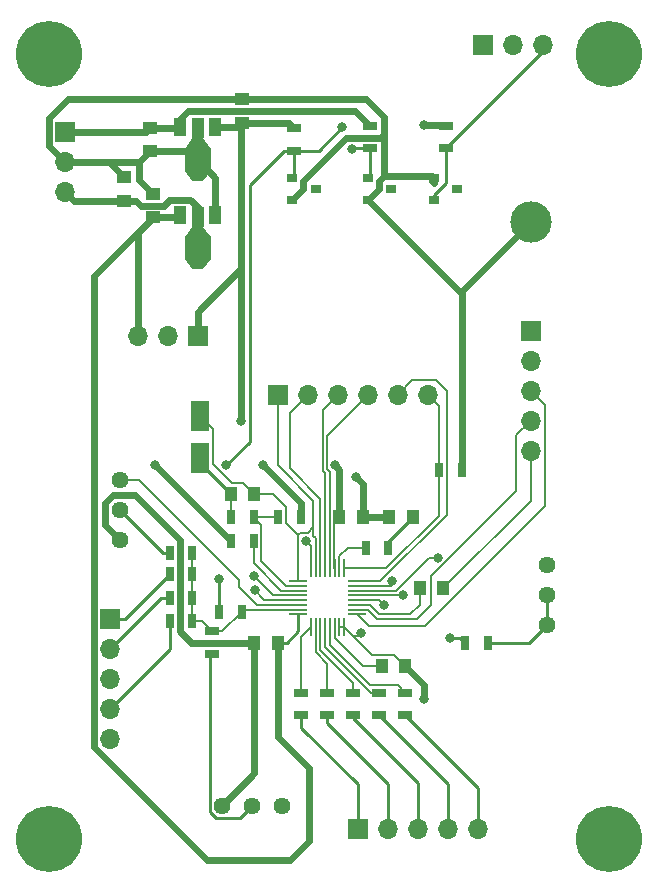
<source format=gtl>
%TF.GenerationSoftware,KiCad,Pcbnew,5.1.6-c6e7f7d~87~ubuntu20.04.1*%
%TF.CreationDate,2020-11-07T15:56:43+00:00*%
%TF.ProjectId,ssi2130_vco,73736932-3133-4305-9f76-636f2e6b6963,1.1*%
%TF.SameCoordinates,Original*%
%TF.FileFunction,Copper,L1,Top*%
%TF.FilePolarity,Positive*%
%FSLAX46Y46*%
G04 Gerber Fmt 4.6, Leading zero omitted, Abs format (unit mm)*
G04 Created by KiCad (PCBNEW 5.1.6-c6e7f7d~87~ubuntu20.04.1) date 2020-11-07 15:56:43*
%MOMM*%
%LPD*%
G01*
G04 APERTURE LIST*
%TA.AperFunction,ComponentPad*%
%ADD10C,5.600000*%
%TD*%
%TA.AperFunction,SMDPad,CuDef*%
%ADD11R,1.250000X1.000000*%
%TD*%
%TA.AperFunction,SMDPad,CuDef*%
%ADD12R,0.700000X1.300000*%
%TD*%
%TA.AperFunction,SMDPad,CuDef*%
%ADD13R,1.000000X1.250000*%
%TD*%
%TA.AperFunction,ComponentPad*%
%ADD14R,1.700000X1.700000*%
%TD*%
%TA.AperFunction,ComponentPad*%
%ADD15O,1.700000X1.700000*%
%TD*%
%TA.AperFunction,SMDPad,CuDef*%
%ADD16R,1.300000X0.700000*%
%TD*%
%TA.AperFunction,SMDPad,CuDef*%
%ADD17R,1.500000X0.200000*%
%TD*%
%TA.AperFunction,SMDPad,CuDef*%
%ADD18R,0.200000X1.500000*%
%TD*%
%TA.AperFunction,SMDPad,CuDef*%
%ADD19R,0.900000X0.800000*%
%TD*%
%TA.AperFunction,SMDPad,CuDef*%
%ADD20C,0.100000*%
%TD*%
%TA.AperFunction,SMDPad,CuDef*%
%ADD21R,1.000000X1.500000*%
%TD*%
%TA.AperFunction,SMDPad,CuDef*%
%ADD22R,1.000000X1.800000*%
%TD*%
%TA.AperFunction,SMDPad,CuDef*%
%ADD23R,2.200000X1.840000*%
%TD*%
%TA.AperFunction,ComponentPad*%
%ADD24C,1.440000*%
%TD*%
%TA.AperFunction,SMDPad,CuDef*%
%ADD25R,1.600000X2.600000*%
%TD*%
%TA.AperFunction,ComponentPad*%
%ADD26C,3.500120*%
%TD*%
%TA.AperFunction,ViaPad*%
%ADD27C,0.800000*%
%TD*%
%TA.AperFunction,Conductor*%
%ADD28C,0.600000*%
%TD*%
%TA.AperFunction,Conductor*%
%ADD29C,0.200000*%
%TD*%
%TA.AperFunction,Conductor*%
%ADD30C,0.250000*%
%TD*%
G04 APERTURE END LIST*
D10*
%TO.P,REF\u002A\u002A,1*%
%TO.N,N/C*%
X97200000Y-126400000D03*
%TD*%
%TO.P,REF\u002A\u002A,1*%
%TO.N,N/C*%
X144600000Y-126400000D03*
%TD*%
%TO.P,REF\u002A\u002A,1*%
%TO.N,N/C*%
X144600000Y-60000000D03*
%TD*%
%TO.P,REF\u002A\u002A,1*%
%TO.N,N/C*%
X97200000Y-60000000D03*
%TD*%
D11*
%TO.P,C2,2*%
%TO.N,GND*%
X103600000Y-70400000D03*
%TO.P,C2,1*%
%TO.N,-12V*%
X103600000Y-72400000D03*
%TD*%
D12*
%TO.P,R19,2*%
%TO.N,Net-(R19-Pad2)*%
X113550000Y-107200000D03*
%TO.P,R19,1*%
%TO.N,REF_2V5*%
X111650000Y-107200000D03*
%TD*%
D11*
%TO.P,C1,1*%
%TO.N,+12V*%
X105800000Y-66200000D03*
%TO.P,C1,2*%
%TO.N,GND*%
X105800000Y-68200000D03*
%TD*%
D13*
%TO.P,C3,1*%
%TO.N,TRI_OUT*%
X114600000Y-97200000D03*
%TO.P,C3,2*%
%TO.N,Net-(C11-Pad2)*%
X112600000Y-97200000D03*
%TD*%
D11*
%TO.P,C4,2*%
%TO.N,GND*%
X113600000Y-63800000D03*
%TO.P,C4,1*%
%TO.N,+5V*%
X113600000Y-65800000D03*
%TD*%
%TO.P,C5,1*%
%TO.N,-5V*%
X106000000Y-73800000D03*
%TO.P,C5,2*%
%TO.N,GND*%
X106000000Y-71800000D03*
%TD*%
D13*
%TO.P,C6,2*%
%TO.N,GND*%
X123800000Y-99200000D03*
%TO.P,C6,1*%
%TO.N,+5V*%
X121800000Y-99200000D03*
%TD*%
%TO.P,C7,1*%
%TO.N,GND*%
X114600000Y-109800000D03*
%TO.P,C7,2*%
%TO.N,-5V*%
X116600000Y-109800000D03*
%TD*%
%TO.P,C8,2*%
%TO.N,GND*%
X127400000Y-111800000D03*
%TO.P,C8,1*%
%TO.N,Net-(C8-Pad1)*%
X125400000Y-111800000D03*
%TD*%
%TO.P,C9,2*%
%TO.N,GND*%
X126000000Y-99200000D03*
%TO.P,C9,1*%
%TO.N,Net-(C9-Pad1)*%
X128000000Y-99200000D03*
%TD*%
%TO.P,C10,1*%
%TO.N,Net-(C10-Pad1)*%
X128600000Y-105200000D03*
%TO.P,C10,2*%
%TO.N,SOFT_SYNC*%
X130600000Y-105200000D03*
%TD*%
D14*
%TO.P,J2,1*%
%TO.N,FREQ_CV*%
X102400000Y-107800000D03*
D15*
%TO.P,J2,2*%
%TO.N,EXPO_MOD*%
X102400000Y-110340000D03*
%TO.P,J2,3*%
%TO.N,LINEAR_FM*%
X102400000Y-112880000D03*
%TO.P,J2,4*%
%TO.N,TUNE*%
X102400000Y-115420000D03*
%TO.P,J2,5*%
%TO.N,PWM_CV*%
X102400000Y-117960000D03*
%TD*%
D14*
%TO.P,J3,1*%
%TO.N,MIX_TRI_CV*%
X123400000Y-125600000D03*
D15*
%TO.P,J3,2*%
%TO.N,MIX_SAW_CV*%
X125940000Y-125600000D03*
%TO.P,J3,3*%
%TO.N,MIX_PULSE_CV*%
X128480000Y-125600000D03*
%TO.P,J3,4*%
%TO.N,MIX_AUX1_CV*%
X131020000Y-125600000D03*
%TO.P,J3,5*%
%TO.N,MIX_AUX2_CV*%
X133560000Y-125600000D03*
%TD*%
%TO.P,J4,5*%
%TO.N,SOFT_SYNC*%
X138000000Y-93560000D03*
%TO.P,J4,4*%
%TO.N,TRI_REVERSE*%
X138000000Y-91020000D03*
%TO.P,J4,3*%
%TO.N,HARD_SYNC*%
X138000000Y-88480000D03*
%TO.P,J4,2*%
%TO.N,AUX2_IN*%
X138000000Y-85940000D03*
D14*
%TO.P,J4,1*%
%TO.N,AUX1_IN*%
X138000000Y-83400000D03*
%TD*%
D15*
%TO.P,J5,6*%
%TO.N,MIX_OUT*%
X129300000Y-88800000D03*
%TO.P,J5,5*%
%TO.N,SINE_OUT*%
X126760000Y-88800000D03*
%TO.P,J5,4*%
%TO.N,SQUARE_OUT*%
X124220000Y-88800000D03*
%TO.P,J5,3*%
%TO.N,SAW_OUT*%
X121680000Y-88800000D03*
%TO.P,J5,2*%
%TO.N,PULSE_OUT*%
X119140000Y-88800000D03*
D14*
%TO.P,J5,1*%
%TO.N,TRI_OUT*%
X116600000Y-88800000D03*
%TD*%
D16*
%TO.P,R1,2*%
%TO.N,+5V*%
X118000000Y-66250000D03*
%TO.P,R1,1*%
%TO.N,REF_2V5*%
X118000000Y-68150000D03*
%TD*%
D12*
%TO.P,R2,2*%
%TO.N,GND*%
X118550000Y-99200000D03*
%TO.P,R2,1*%
%TO.N,Net-(R2-Pad1)*%
X116650000Y-99200000D03*
%TD*%
%TO.P,R3,1*%
%TO.N,Net-(R3-Pad1)*%
X114550000Y-101200000D03*
%TO.P,R3,2*%
%TO.N,GND*%
X112650000Y-101200000D03*
%TD*%
%TO.P,R4,2*%
%TO.N,FREQ_CV*%
X107450000Y-104000000D03*
%TO.P,R4,1*%
%TO.N,Net-(R19-Pad2)*%
X109350000Y-104000000D03*
%TD*%
%TO.P,R5,1*%
%TO.N,Net-(R19-Pad2)*%
X109350000Y-106000000D03*
%TO.P,R5,2*%
%TO.N,EXPO_MOD*%
X107450000Y-106000000D03*
%TD*%
%TO.P,R6,1*%
%TO.N,Net-(R19-Pad2)*%
X109350000Y-108000000D03*
%TO.P,R6,2*%
%TO.N,TUNE*%
X107450000Y-108000000D03*
%TD*%
%TO.P,R7,1*%
%TO.N,Net-(R19-Pad2)*%
X109350000Y-102200000D03*
%TO.P,R7,2*%
%TO.N,Net-(R7-Pad2)*%
X107450000Y-102200000D03*
%TD*%
%TO.P,R8,1*%
%TO.N,Net-(R2-Pad1)*%
X114550000Y-99200000D03*
%TO.P,R8,2*%
%TO.N,Net-(C11-Pad2)*%
X112650000Y-99200000D03*
%TD*%
D16*
%TO.P,R9,2*%
%TO.N,Net-(R9-Pad2)*%
X118600000Y-114050000D03*
%TO.P,R9,1*%
%TO.N,MIX_TRI_CV*%
X118600000Y-115950000D03*
%TD*%
%TO.P,R10,2*%
%TO.N,Net-(R10-Pad2)*%
X120800000Y-114050000D03*
%TO.P,R10,1*%
%TO.N,MIX_SAW_CV*%
X120800000Y-115950000D03*
%TD*%
%TO.P,R11,1*%
%TO.N,MIX_PULSE_CV*%
X123000000Y-115950000D03*
%TO.P,R11,2*%
%TO.N,Net-(R11-Pad2)*%
X123000000Y-114050000D03*
%TD*%
%TO.P,R12,2*%
%TO.N,Net-(R12-Pad2)*%
X125200000Y-114050000D03*
%TO.P,R12,1*%
%TO.N,MIX_AUX1_CV*%
X125200000Y-115950000D03*
%TD*%
%TO.P,R13,1*%
%TO.N,MIX_AUX2_CV*%
X127400000Y-115950000D03*
%TO.P,R13,2*%
%TO.N,Net-(R13-Pad2)*%
X127400000Y-114050000D03*
%TD*%
D12*
%TO.P,R14,1*%
%TO.N,Net-(R14-Pad1)*%
X124050000Y-101800000D03*
%TO.P,R14,2*%
%TO.N,Net-(C9-Pad1)*%
X125950000Y-101800000D03*
%TD*%
%TO.P,R15,2*%
%TO.N,GND*%
X132150000Y-95200000D03*
%TO.P,R15,1*%
%TO.N,MIX_OUT*%
X130250000Y-95200000D03*
%TD*%
%TO.P,R16,1*%
%TO.N,Net-(R16-Pad1)*%
X134350000Y-109800000D03*
%TO.P,R16,2*%
%TO.N,REF_2V5*%
X132450000Y-109800000D03*
%TD*%
D16*
%TO.P,R17,1*%
%TO.N,REF_+5V*%
X124400000Y-67950000D03*
%TO.P,R17,2*%
%TO.N,+12V*%
X124400000Y-66050000D03*
%TD*%
%TO.P,R18,2*%
%TO.N,REF_-5V*%
X130800000Y-67950000D03*
%TO.P,R18,1*%
%TO.N,-12V*%
X130800000Y-66050000D03*
%TD*%
%TO.P,R20,2*%
%TO.N,Net-(R19-Pad2)*%
X111000000Y-108850000D03*
%TO.P,R20,1*%
%TO.N,Net-(R20-Pad1)*%
X111000000Y-110750000D03*
%TD*%
D17*
%TO.P,U1,2*%
%TO.N,Net-(R2-Pad1)*%
X118300000Y-105000000D03*
%TO.P,U1,3*%
%TO.N,Net-(R3-Pad1)*%
X118300000Y-105400000D03*
%TO.P,U1,4*%
%TO.N,AUX1_IN*%
X118300000Y-105800000D03*
%TO.P,U1,5*%
%TO.N,AUX2_IN*%
X118300000Y-106200000D03*
%TO.P,U1,6*%
%TO.N,Net-(RV1-Pad1)*%
X118300000Y-106600000D03*
%TO.P,U1,7*%
%TO.N,Net-(R19-Pad2)*%
X118300000Y-107000000D03*
D18*
%TO.P,U1,10*%
%TO.N,Net-(R10-Pad2)*%
X119800000Y-108500000D03*
%TO.P,U1,11*%
%TO.N,Net-(R11-Pad2)*%
X120200000Y-108500000D03*
%TO.P,U1,15*%
%TO.N,GND*%
X121800000Y-108500000D03*
%TO.P,U1,12*%
%TO.N,Net-(R12-Pad2)*%
X120600000Y-108500000D03*
%TO.P,U1,14*%
%TO.N,Net-(C8-Pad1)*%
X121400000Y-108500000D03*
%TO.P,U1,13*%
%TO.N,Net-(R13-Pad2)*%
X121000000Y-108500000D03*
D17*
%TO.P,U1,18*%
%TO.N,TRI_REVERSE*%
X123300000Y-107000000D03*
%TO.P,U1,22*%
%TO.N,Net-(RV2-Pad1)*%
X123300000Y-105400000D03*
%TO.P,U1,19*%
%TO.N,Net-(C10-Pad1)*%
X123300000Y-106600000D03*
%TO.P,U1,23*%
%TO.N,REF_2V5*%
X123300000Y-105000000D03*
%TO.P,U1,20*%
%TO.N,GND*%
X123300000Y-106200000D03*
%TO.P,U1,21*%
%TO.N,LINEAR_FM*%
X123300000Y-105800000D03*
D18*
%TO.P,U1,28*%
%TO.N,SQUARE_OUT*%
X121000000Y-103500000D03*
%TO.P,U1,29*%
%TO.N,SAW_OUT*%
X120600000Y-103500000D03*
%TO.P,U1,31*%
%TO.N,TRI_OUT*%
X119800000Y-103500000D03*
%TO.P,U1,26*%
%TO.N,Net-(R14-Pad1)*%
X121800000Y-103500000D03*
%TO.P,U1,27*%
%TO.N,+5V*%
X121400000Y-103500000D03*
%TO.P,U1,30*%
%TO.N,PULSE_OUT*%
X120200000Y-103500000D03*
D17*
%TO.P,U1,1*%
%TO.N,TRI_OUT*%
X118300000Y-104600000D03*
%TO.P,U1,8*%
%TO.N,-5V*%
X118300000Y-107400000D03*
D18*
%TO.P,U1,9*%
%TO.N,Net-(R9-Pad2)*%
X119400000Y-108500000D03*
%TO.P,U1,16*%
%TO.N,GND*%
X122200000Y-108500000D03*
D17*
%TO.P,U1,17*%
%TO.N,HARD_SYNC*%
X123300000Y-107400000D03*
%TO.P,U1,24*%
%TO.N,SINE_OUT*%
X123300000Y-104600000D03*
D18*
%TO.P,U1,25*%
%TO.N,MIX_OUT*%
X122200000Y-103500000D03*
%TO.P,U1,32*%
%TO.N,PWM_CV*%
X119400000Y-103500000D03*
%TD*%
D19*
%TO.P,U2,1*%
%TO.N,REF_2V5*%
X117800000Y-70450000D03*
%TO.P,U2,2*%
%TO.N,GND*%
X117800000Y-72350000D03*
%TO.P,U2,3*%
%TO.N,N/C*%
X119800000Y-71400000D03*
%TD*%
%TA.AperFunction,SMDPad,CuDef*%
D20*
%TO.P,U3,2*%
%TO.N,GND*%
G36*
X110900000Y-69842000D02*
G01*
X110300000Y-70692000D01*
X109300000Y-70692000D01*
X108700000Y-69842000D01*
X110900000Y-69842000D01*
G37*
%TD.AperFunction*%
D21*
%TO.P,U3,1*%
%TO.N,+5V*%
X111300000Y-66120000D03*
D22*
%TO.P,U3,2*%
%TO.N,GND*%
X109800000Y-66266500D03*
D21*
%TO.P,U3,3*%
%TO.N,+12V*%
X108300000Y-66120000D03*
D23*
%TO.P,U3,2*%
%TO.N,GND*%
X109800000Y-68933500D03*
%TA.AperFunction,SMDPad,CuDef*%
D20*
G36*
X108700000Y-68023800D02*
G01*
X109400000Y-67023800D01*
X110200000Y-67023800D01*
X110900000Y-68023800D01*
X108700000Y-68023800D01*
G37*
%TD.AperFunction*%
%TD*%
%TA.AperFunction,SMDPad,CuDef*%
%TO.P,U4,2*%
%TO.N,-12V*%
G36*
X108700000Y-75490300D02*
G01*
X109400000Y-74490300D01*
X110200000Y-74490300D01*
X110900000Y-75490300D01*
X108700000Y-75490300D01*
G37*
%TD.AperFunction*%
D23*
X109800000Y-76400000D03*
D21*
%TO.P,U4,3*%
%TO.N,-5V*%
X108300000Y-73586500D03*
D22*
%TO.P,U4,2*%
%TO.N,-12V*%
X109800000Y-73733000D03*
D21*
%TO.P,U4,1*%
%TO.N,GND*%
X111300000Y-73586500D03*
%TA.AperFunction,SMDPad,CuDef*%
D20*
%TO.P,U4,2*%
%TO.N,-12V*%
G36*
X110900000Y-77308500D02*
G01*
X110300000Y-78158500D01*
X109300000Y-78158500D01*
X108700000Y-77308500D01*
X110900000Y-77308500D01*
G37*
%TD.AperFunction*%
%TD*%
D19*
%TO.P,U5,3*%
%TO.N,N/C*%
X126200000Y-71400000D03*
%TO.P,U5,2*%
%TO.N,GND*%
X124200000Y-72350000D03*
%TO.P,U5,1*%
%TO.N,REF_+5V*%
X124200000Y-70450000D03*
%TD*%
%TO.P,U6,3*%
%TO.N,N/C*%
X131800000Y-71400000D03*
%TO.P,U6,2*%
%TO.N,REF_-5V*%
X129800000Y-72350000D03*
%TO.P,U6,1*%
%TO.N,GND*%
X129800000Y-70450000D03*
%TD*%
D14*
%TO.P,J1,1*%
%TO.N,+12V*%
X98600000Y-66600000D03*
D15*
%TO.P,J1,2*%
%TO.N,GND*%
X98600000Y-69140000D03*
%TO.P,J1,3*%
%TO.N,-12V*%
X98600000Y-71680000D03*
%TD*%
%TO.P,J6,3*%
%TO.N,REF_-5V*%
X139080000Y-59200000D03*
%TO.P,J6,2*%
%TO.N,REF_2V5*%
X136540000Y-59200000D03*
D14*
%TO.P,J6,1*%
%TO.N,REF_+5V*%
X134000000Y-59200000D03*
%TD*%
D24*
%TO.P,RV1,3*%
%TO.N,GND*%
X103200000Y-101080000D03*
%TO.P,RV1,2*%
%TO.N,Net-(R7-Pad2)*%
X103200000Y-98540000D03*
%TO.P,RV1,1*%
%TO.N,Net-(RV1-Pad1)*%
X103200000Y-96000000D03*
%TD*%
%TO.P,RV2,1*%
%TO.N,Net-(RV2-Pad1)*%
X139400000Y-103200000D03*
%TO.P,RV2,2*%
%TO.N,Net-(R16-Pad1)*%
X139400000Y-105740000D03*
%TO.P,RV2,3*%
X139400000Y-108280000D03*
%TD*%
%TO.P,RV3,3*%
%TO.N,REF_2V5*%
X116940000Y-123600000D03*
%TO.P,RV3,2*%
%TO.N,Net-(R20-Pad1)*%
X114400000Y-123600000D03*
%TO.P,RV3,1*%
%TO.N,GND*%
X111860000Y-123600000D03*
%TD*%
D25*
%TO.P,C11,2*%
%TO.N,Net-(C11-Pad2)*%
X110000000Y-94200000D03*
%TO.P,C11,1*%
%TO.N,TRI_OUT*%
X110000000Y-90600000D03*
%TD*%
D15*
%TO.P,J7,3*%
%TO.N,-5V*%
X104720000Y-83800000D03*
%TO.P,J7,2*%
%TO.N,GND*%
X107260000Y-83800000D03*
D14*
%TO.P,J7,1*%
%TO.N,+5V*%
X109800000Y-83800000D03*
%TD*%
D26*
%TO.P,TP1,1*%
%TO.N,GND*%
X138000000Y-74200000D03*
%TD*%
D27*
%TO.N,GND*%
X106229999Y-94779999D03*
X115379999Y-94779999D03*
X123200000Y-95800000D03*
X123600000Y-109000000D03*
X125574483Y-106600000D03*
X129000000Y-114600000D03*
%TO.N,-12V*%
X129000000Y-66000000D03*
%TO.N,+5V*%
X113474990Y-91000000D03*
X121400000Y-94800000D03*
%TO.N,LINEAR_FM*%
X127200020Y-105800000D03*
%TO.N,PWM_CV*%
X119000000Y-101200000D03*
%TO.N,AUX2_IN*%
X114635279Y-105386352D03*
%TO.N,AUX1_IN*%
X114600000Y-104200000D03*
%TO.N,REF_2V5*%
X111600000Y-104400000D03*
X126285987Y-104559663D03*
X131200000Y-109400000D03*
X122049068Y-66150941D03*
X112200000Y-94800000D03*
%TO.N,REF_+5V*%
X122908976Y-68036169D03*
%TO.N,Net-(RV2-Pad1)*%
X130200000Y-102600000D03*
%TD*%
D28*
%TO.N,GND*%
X109593500Y-69140000D02*
X109800000Y-68933500D01*
X129649999Y-70699999D02*
X129800000Y-70850000D01*
X98799998Y-63800000D02*
X113600000Y-63800000D01*
X97249999Y-65349999D02*
X98799998Y-63800000D01*
X97249999Y-67789999D02*
X97249999Y-65349999D01*
X98600000Y-69140000D02*
X97249999Y-67789999D01*
X124050002Y-63800000D02*
X125550001Y-65299999D01*
X113600000Y-63800000D02*
X124050002Y-63800000D01*
X122349999Y-67099999D02*
X118750001Y-70699997D01*
X118750001Y-70699997D02*
X118750001Y-71399999D01*
X125250003Y-67099999D02*
X122349999Y-67099999D01*
X118750001Y-71399999D02*
X117800000Y-72350000D01*
X125550001Y-66800001D02*
X125250003Y-67099999D01*
X125550001Y-65299999D02*
X125550001Y-66800001D01*
X125150001Y-71399999D02*
X124200000Y-72350000D01*
X125150001Y-70699997D02*
X125150001Y-71399999D01*
X125550001Y-70299997D02*
X125150001Y-70699997D01*
X125550001Y-66800001D02*
X125550001Y-70299997D01*
X129649997Y-70299997D02*
X129800000Y-70450000D01*
X125550001Y-70299997D02*
X129649997Y-70299997D01*
X106229999Y-94779999D02*
X112650000Y-101200000D01*
X118550000Y-97950000D02*
X118550000Y-99200000D01*
X115379999Y-94779999D02*
X118550000Y-97950000D01*
D29*
X126474999Y-110874999D02*
X124574999Y-110874999D01*
X127400000Y-111800000D02*
X126474999Y-110874999D01*
X122200000Y-108500000D02*
X121800000Y-108500000D01*
D28*
X123800000Y-99200000D02*
X126000000Y-99200000D01*
X123800000Y-96400000D02*
X123200000Y-95800000D01*
X123800000Y-99200000D02*
X123800000Y-96400000D01*
D29*
X123350000Y-109250000D02*
X123600000Y-109000000D01*
X122950000Y-109250000D02*
X123350000Y-109250000D01*
X124574999Y-110874999D02*
X122950000Y-109250000D01*
X122950000Y-109250000D02*
X122200000Y-108500000D01*
D28*
X108300001Y-101149999D02*
X108300001Y-108850003D01*
X102614399Y-97319999D02*
X104470001Y-97319999D01*
X101979999Y-97954399D02*
X102614399Y-97319999D01*
X101979999Y-99859999D02*
X101979999Y-97954399D01*
X109249998Y-109800000D02*
X114600000Y-109800000D01*
X108300001Y-108850003D02*
X109249998Y-109800000D01*
X104470001Y-97319999D02*
X108300001Y-101149999D01*
X103200000Y-101080000D02*
X101979999Y-99859999D01*
X114600000Y-120860000D02*
X111860000Y-123600000D01*
X114600000Y-109800000D02*
X114600000Y-120860000D01*
D29*
X124250000Y-106200000D02*
X123300000Y-106200000D01*
X125174484Y-106200001D02*
X124250000Y-106200000D01*
X125574483Y-106600000D02*
X125174484Y-106200001D01*
D28*
X102340000Y-69140000D02*
X103600000Y-70400000D01*
X98600000Y-69140000D02*
X102340000Y-69140000D01*
X104860000Y-69140000D02*
X105800000Y-68200000D01*
X102340000Y-69140000D02*
X104860000Y-69140000D01*
X104860000Y-70660000D02*
X106000000Y-71800000D01*
X104860000Y-69140000D02*
X104860000Y-70660000D01*
X109066500Y-68200000D02*
X109800000Y-68933500D01*
X105800000Y-68200000D02*
X109066500Y-68200000D01*
X111300000Y-70433500D02*
X111300000Y-73586500D01*
X109800000Y-68933500D02*
X111300000Y-70433500D01*
X109800000Y-70267000D02*
X109800000Y-68933500D01*
X109800000Y-66266500D02*
X109800000Y-67523800D01*
X109800000Y-67523800D02*
X109800000Y-68933500D01*
X132150000Y-87150002D02*
X132150000Y-95200000D01*
X124200000Y-72350000D02*
X132150000Y-80300000D01*
X138000000Y-74200000D02*
X132150000Y-80050000D01*
X132150000Y-80650000D02*
X132150000Y-87150002D01*
X132150000Y-80050000D02*
X132150000Y-80650000D01*
X132150000Y-80300000D02*
X132150000Y-80650000D01*
X129000000Y-113400000D02*
X129000000Y-114600000D01*
X127400000Y-111800000D02*
X129000000Y-113400000D01*
%TO.N,+12V*%
X105400000Y-66600000D02*
X105800000Y-66200000D01*
X98600000Y-66600000D02*
X105400000Y-66600000D01*
X108220000Y-66200000D02*
X108300000Y-66120000D01*
X105800000Y-66200000D02*
X108220000Y-66200000D01*
X123150000Y-64800000D02*
X124400000Y-66050000D01*
X108966498Y-64800000D02*
X123150000Y-64800000D01*
X108300000Y-65466498D02*
X108966498Y-64800000D01*
X108300000Y-66120000D02*
X108300000Y-65466498D01*
%TO.N,-12V*%
X130750000Y-66000000D02*
X130800000Y-66050000D01*
X129000000Y-66000000D02*
X130750000Y-66000000D01*
X99320000Y-72400000D02*
X98600000Y-71680000D01*
X103600000Y-72400000D02*
X99320000Y-72400000D01*
X103600000Y-72400000D02*
X104600000Y-72400000D01*
X109800000Y-72936498D02*
X109800000Y-73733000D01*
X109200001Y-72336499D02*
X109800000Y-72936498D01*
X106936498Y-72800000D02*
X107399999Y-72336499D01*
X105000000Y-72800000D02*
X106936498Y-72800000D01*
X107399999Y-72336499D02*
X109200001Y-72336499D01*
X104600000Y-72400000D02*
X105000000Y-72800000D01*
X109800000Y-73733000D02*
X109800000Y-76400000D01*
X109800000Y-76400000D02*
X109800000Y-77733500D01*
D29*
%TO.N,TRI_OUT*%
X114600000Y-97309998D02*
X114600000Y-97200000D01*
X118300000Y-104600000D02*
X118300000Y-102700000D01*
X116600000Y-94800000D02*
X116600000Y-88800000D01*
X119600000Y-97800000D02*
X116600000Y-94800000D01*
X119600000Y-99690002D02*
X119600000Y-97800000D01*
X117300001Y-98309999D02*
X116190002Y-97200000D01*
X117300001Y-99700001D02*
X117300001Y-98309999D01*
X116190002Y-97200000D02*
X114600000Y-97200000D01*
X118300000Y-100700000D02*
X117300001Y-99700001D01*
X118300000Y-102700000D02*
X118300000Y-100700000D01*
X118300000Y-102700000D02*
X118300000Y-101400000D01*
X119600000Y-100763998D02*
X119600000Y-99690002D01*
X119800000Y-100963998D02*
X119600000Y-100763998D01*
X119800000Y-103500000D02*
X119800000Y-100963998D01*
X119600000Y-100000000D02*
X119600000Y-99690002D01*
X119109998Y-100490002D02*
X119600000Y-100000000D01*
X118509998Y-100490002D02*
X119109998Y-100490002D01*
X118300000Y-100700000D02*
X118509998Y-100490002D01*
X111100001Y-94700001D02*
X111100001Y-91700001D01*
X111100001Y-91700001D02*
X110000000Y-90600000D01*
X112674999Y-96274999D02*
X111100001Y-94700001D01*
X113674999Y-96274999D02*
X112674999Y-96274999D01*
X114600000Y-97200000D02*
X113674999Y-96274999D01*
D28*
%TO.N,+5V*%
X117950000Y-66200000D02*
X118000000Y-66250000D01*
X113280000Y-66120000D02*
X113600000Y-65800000D01*
X111300000Y-66120000D02*
X113280000Y-66120000D01*
X117550000Y-65800000D02*
X118000000Y-66250000D01*
X113600000Y-65800000D02*
X117550000Y-65800000D01*
D29*
X121800000Y-99200000D02*
X121350010Y-99649990D01*
X121350010Y-103450010D02*
X121400000Y-103500000D01*
X121350010Y-99649990D02*
X121350010Y-103450010D01*
D28*
X113600000Y-65800000D02*
X113474990Y-65925010D01*
X121800000Y-99200000D02*
X121799999Y-95199999D01*
X121799999Y-95199999D02*
X121400000Y-94800000D01*
X109800000Y-81800000D02*
X113474990Y-78125010D01*
X109800000Y-83800000D02*
X109800000Y-81800000D01*
X113474990Y-78125010D02*
X113474990Y-91000000D01*
X113474990Y-65925010D02*
X113474990Y-78125010D01*
%TO.N,-5V*%
X108086500Y-73800000D02*
X106000000Y-73800000D01*
X108300000Y-73586500D02*
X108086500Y-73800000D01*
D30*
X118300000Y-108850000D02*
X118300000Y-107425010D01*
X117350000Y-109800000D02*
X118300000Y-108850000D01*
X116600000Y-109800000D02*
X117350000Y-109800000D01*
D28*
X116600000Y-117800000D02*
X116600000Y-109800000D01*
X119200000Y-120400000D02*
X116600000Y-117800000D01*
X110641998Y-128200000D02*
X117600000Y-128200000D01*
X101049999Y-118608001D02*
X110641998Y-128200000D01*
X101049999Y-78750001D02*
X101049999Y-118608001D01*
X119200000Y-126600000D02*
X119200000Y-120400000D01*
X117600000Y-128200000D02*
X119200000Y-126600000D01*
X106000000Y-73800000D02*
X101049999Y-78750001D01*
X104720000Y-75080000D02*
X106000000Y-73800000D01*
X104720000Y-83800000D02*
X104720000Y-75080000D01*
D29*
%TO.N,Net-(C8-Pad1)*%
X121400000Y-108500000D02*
X121400000Y-109400000D01*
X123800000Y-111800000D02*
X125400000Y-111800000D01*
X121400000Y-109400000D02*
X123800000Y-111800000D01*
D30*
%TO.N,Net-(C9-Pad1)*%
X125950000Y-101250000D02*
X128000000Y-99200000D01*
X125950000Y-101800000D02*
X125950000Y-101250000D01*
D29*
%TO.N,Net-(C10-Pad1)*%
X127800000Y-107400000D02*
X128600000Y-106600000D01*
X125165698Y-107400000D02*
X127800000Y-107400000D01*
X124365690Y-106599992D02*
X125165698Y-107400000D01*
X128600000Y-106600000D02*
X128600000Y-105200000D01*
X124290002Y-106600000D02*
X123300000Y-106600000D01*
X124290010Y-106599992D02*
X124290002Y-106600000D01*
X124365690Y-106599992D02*
X124290010Y-106599992D01*
%TO.N,SOFT_SYNC*%
X138000000Y-97800000D02*
X138000000Y-93560000D01*
X130600000Y-105200000D02*
X138000000Y-97800000D01*
D30*
%TO.N,FREQ_CV*%
X103650000Y-107800000D02*
X107450000Y-104000000D01*
X102400000Y-107800000D02*
X103650000Y-107800000D01*
%TO.N,EXPO_MOD*%
X106740000Y-106000000D02*
X107450000Y-106000000D01*
X102400000Y-110340000D02*
X106740000Y-106000000D01*
D29*
%TO.N,LINEAR_FM*%
X123300000Y-105800000D02*
X127200020Y-105800000D01*
D30*
%TO.N,TUNE*%
X107450000Y-110370000D02*
X107450000Y-108000000D01*
X102400000Y-115420000D02*
X107450000Y-110370000D01*
D29*
%TO.N,PWM_CV*%
X119400000Y-101600000D02*
X119400000Y-103500000D01*
X119000000Y-101200000D02*
X119400000Y-101600000D01*
D30*
%TO.N,MIX_TRI_CV*%
X118600000Y-117000000D02*
X118600000Y-115950000D01*
X123400000Y-121800000D02*
X118600000Y-117000000D01*
X123400000Y-125600000D02*
X123400000Y-121800000D01*
%TO.N,MIX_SAW_CV*%
X120800000Y-116600000D02*
X120800000Y-115950000D01*
X125940000Y-121740000D02*
X120800000Y-116600000D01*
X125940000Y-125600000D02*
X125940000Y-121740000D01*
%TO.N,MIX_PULSE_CV*%
X123000000Y-116200000D02*
X123000000Y-115950000D01*
X128480000Y-121680000D02*
X123000000Y-116200000D01*
X128480000Y-125600000D02*
X128480000Y-121680000D01*
%TO.N,MIX_AUX1_CV*%
X131020000Y-121770000D02*
X125200000Y-115950000D01*
X131020000Y-125600000D02*
X131020000Y-121770000D01*
%TO.N,MIX_AUX2_CV*%
X133560000Y-122110000D02*
X133560000Y-125600000D01*
X127400000Y-115950000D02*
X133560000Y-122110000D01*
D29*
%TO.N,TRI_REVERSE*%
X136800000Y-97000000D02*
X136800000Y-92220000D01*
X129600000Y-106600000D02*
X129600000Y-104200000D01*
X136800000Y-92220000D02*
X138000000Y-91020000D01*
X128400000Y-107800000D02*
X129600000Y-106600000D01*
X129600000Y-104200000D02*
X136800000Y-97000000D01*
X125000000Y-107800000D02*
X128400000Y-107800000D01*
X124200000Y-107000000D02*
X125000000Y-107800000D01*
X123300000Y-107000000D02*
X124200000Y-107000000D01*
%TO.N,HARD_SYNC*%
X139200000Y-89680000D02*
X138000000Y-88480000D01*
X139200000Y-98265002D02*
X139200000Y-89680000D01*
X129065002Y-108400000D02*
X139200000Y-98265002D01*
X124300000Y-108400000D02*
X129065002Y-108400000D01*
X123300000Y-107400000D02*
X124300000Y-108400000D01*
%TO.N,AUX2_IN*%
X115448927Y-106200000D02*
X114635279Y-105386352D01*
X118300000Y-106200000D02*
X115448927Y-106200000D01*
%TO.N,AUX1_IN*%
X116200000Y-105800000D02*
X114600000Y-104200000D01*
X118300000Y-105800000D02*
X116200000Y-105800000D01*
%TO.N,MIX_OUT*%
X130250000Y-99040002D02*
X130250000Y-95200000D01*
X125790002Y-103500000D02*
X130250000Y-99040002D01*
X122200000Y-103500000D02*
X125790002Y-103500000D01*
X130250000Y-89750000D02*
X129300000Y-88800000D01*
X130250000Y-95200000D02*
X130250000Y-89750000D01*
%TO.N,SINE_OUT*%
X127960000Y-87600000D02*
X126760000Y-88800000D01*
X130000000Y-87600000D02*
X127960000Y-87600000D01*
X130900001Y-88500001D02*
X130000000Y-87600000D01*
X130900001Y-98955699D02*
X130900001Y-88500001D01*
X125255700Y-104600000D02*
X130900001Y-98955699D01*
X123300000Y-104600000D02*
X125255700Y-104600000D01*
%TO.N,SQUARE_OUT*%
X120749998Y-92270002D02*
X124220000Y-88800000D01*
X120749998Y-95112002D02*
X120749998Y-92270002D01*
X121000000Y-95362004D02*
X120749998Y-95112002D01*
X121000000Y-103500000D02*
X121000000Y-95362004D01*
%TO.N,SAW_OUT*%
X121000000Y-88800000D02*
X121680000Y-88800000D01*
X120399987Y-90080013D02*
X121680000Y-88800000D01*
X120600000Y-103500000D02*
X120600000Y-95456994D01*
X120600000Y-95456994D02*
X120399987Y-95256981D01*
X120399987Y-95256981D02*
X120399987Y-90080013D01*
%TO.N,PULSE_OUT*%
X117600000Y-90340000D02*
X119140000Y-88800000D01*
X117600000Y-95000000D02*
X117600000Y-90340000D01*
X120200000Y-97600000D02*
X117600000Y-95000000D01*
X120200000Y-103500000D02*
X120200000Y-97600000D01*
D30*
%TO.N,REF_-5V*%
X129800000Y-71885002D02*
X129800000Y-72350000D01*
X130800000Y-70885002D02*
X129800000Y-71885002D01*
X130800000Y-67950000D02*
X130800000Y-70885002D01*
X139080000Y-59670000D02*
X139080000Y-59200000D01*
X130800000Y-67950000D02*
X139080000Y-59670000D01*
%TO.N,REF_2V5*%
X118000000Y-70250000D02*
X117800000Y-70450000D01*
X118000000Y-68150000D02*
X118000000Y-70250000D01*
X111600000Y-107150000D02*
X111650000Y-107200000D01*
X111600000Y-104400000D02*
X111600000Y-107150000D01*
D29*
X126200000Y-105000000D02*
X123300000Y-105000000D01*
X126285987Y-104914013D02*
X126200000Y-105000000D01*
X126285987Y-104559663D02*
X126285987Y-104914013D01*
D30*
X132050000Y-109400000D02*
X132450000Y-109800000D01*
X131200000Y-109400000D02*
X132050000Y-109400000D01*
X118000000Y-68150000D02*
X120050009Y-68150000D01*
X120050009Y-68150000D02*
X122049068Y-66150941D01*
X118000000Y-68150000D02*
X117100000Y-68150000D01*
X114200000Y-92800000D02*
X112200000Y-94800000D01*
X117100000Y-68150000D02*
X114200000Y-71050000D01*
X114200000Y-71050000D02*
X114200000Y-92800000D01*
%TO.N,REF_+5V*%
X124400000Y-70450000D02*
X124200000Y-70650000D01*
X124400000Y-70250000D02*
X124200000Y-70450000D01*
X124400000Y-67950000D02*
X124400000Y-70250000D01*
X124400000Y-67950000D02*
X122995145Y-67950000D01*
X122995145Y-67950000D02*
X122908976Y-68036169D01*
D29*
%TO.N,Net-(R2-Pad1)*%
X115200001Y-99850001D02*
X114550000Y-99200000D01*
X115200001Y-102890003D02*
X115200001Y-99850001D01*
X114550000Y-99200000D02*
X116650000Y-99200000D01*
X117309998Y-105000000D02*
X118300000Y-105000000D01*
X115200001Y-102890003D02*
X117309998Y-105000000D01*
%TO.N,Net-(R3-Pad1)*%
X116888002Y-105400000D02*
X118300000Y-105400000D01*
X114550000Y-103061998D02*
X116888002Y-105400000D01*
X114550000Y-101200000D02*
X114550000Y-103061998D01*
%TO.N,Net-(R19-Pad2)*%
X109350000Y-108000000D02*
X109350000Y-106000000D01*
X109350000Y-104000000D02*
X109350000Y-106000000D01*
X110150000Y-108000000D02*
X111000000Y-108850000D01*
X109350000Y-108000000D02*
X110150000Y-108000000D01*
X111900000Y-108850000D02*
X113550000Y-107200000D01*
X111000000Y-108850000D02*
X111900000Y-108850000D01*
X113750000Y-107000000D02*
X113550000Y-107200000D01*
X118300000Y-107000000D02*
X113750000Y-107000000D01*
X109350000Y-102200000D02*
X109350000Y-104000000D01*
D30*
%TO.N,Net-(R7-Pad2)*%
X106860000Y-102200000D02*
X107450000Y-102200000D01*
X103200000Y-98540000D02*
X106860000Y-102200000D01*
D29*
%TO.N,Net-(R9-Pad2)*%
X118600000Y-109300000D02*
X119400000Y-108500000D01*
X118600000Y-114050000D02*
X118600000Y-109300000D01*
%TO.N,Net-(R10-Pad2)*%
X120800000Y-111600000D02*
X120800000Y-114050000D01*
X119800000Y-110600000D02*
X120800000Y-111600000D01*
X119800000Y-108500000D02*
X119800000Y-110600000D01*
%TO.N,Net-(R11-Pad2)*%
X123000000Y-113200000D02*
X123000000Y-114050000D01*
X120200000Y-110400000D02*
X123000000Y-113200000D01*
X120200000Y-108500000D02*
X120200000Y-110400000D01*
%TO.N,Net-(R12-Pad2)*%
X120600000Y-110200000D02*
X124450000Y-114050000D01*
X124450000Y-114050000D02*
X125200000Y-114050000D01*
X120600000Y-108500000D02*
X120600000Y-110200000D01*
%TO.N,Net-(R13-Pad2)*%
X126750000Y-113400000D02*
X127400000Y-114050000D01*
X124400000Y-113400000D02*
X126750000Y-113400000D01*
X121000000Y-110000000D02*
X124400000Y-113400000D01*
X121000000Y-108500000D02*
X121000000Y-110000000D01*
%TO.N,Net-(R14-Pad1)*%
X122509998Y-101800000D02*
X124050000Y-101800000D01*
X121800000Y-102509998D02*
X121800000Y-103500000D01*
X122509998Y-101800000D02*
X121800000Y-102509998D01*
D30*
%TO.N,Net-(R16-Pad1)*%
X137880000Y-109800000D02*
X139400000Y-108280000D01*
X134350000Y-109800000D02*
X137880000Y-109800000D01*
X139400000Y-108280000D02*
X139400000Y-105740000D01*
%TO.N,Net-(R20-Pad1)*%
X110814999Y-110935001D02*
X111000000Y-110750000D01*
X110814999Y-124101601D02*
X110814999Y-110935001D01*
X111358399Y-124645001D02*
X110814999Y-124101601D01*
X113354999Y-124645001D02*
X111358399Y-124645001D01*
X114400000Y-123600000D02*
X113354999Y-124645001D01*
D29*
%TO.N,Net-(RV1-Pad1)*%
X104218233Y-96000000D02*
X103200000Y-96000000D01*
X113300001Y-104482000D02*
X104818001Y-96000000D01*
X104818001Y-96000000D02*
X104218233Y-96000000D01*
X114812925Y-106600000D02*
X113300001Y-105087076D01*
X118300000Y-106600000D02*
X114812925Y-106600000D01*
X113300001Y-105087076D02*
X113300001Y-104482000D01*
%TO.N,Net-(RV2-Pad1)*%
X129400000Y-102600000D02*
X130200000Y-102600000D01*
X126600000Y-105400000D02*
X129400000Y-102600000D01*
X123300000Y-105400000D02*
X126600000Y-105400000D01*
%TO.N,Net-(C11-Pad2)*%
X112600000Y-99150000D02*
X112650000Y-99200000D01*
X112600000Y-97200000D02*
X112600000Y-99150000D01*
D30*
X110000000Y-94600000D02*
X110000000Y-94200000D01*
X112600000Y-97200000D02*
X110000000Y-94600000D01*
%TD*%
M02*

</source>
